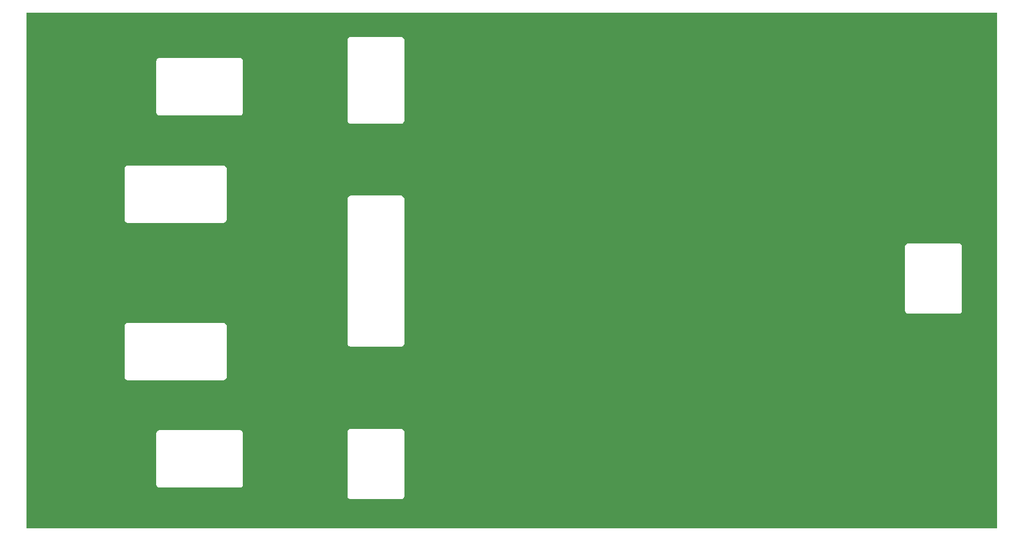
<source format=gbr>
%TF.GenerationSoftware,KiCad,Pcbnew,9.0.5-9.0.5~ubuntu24.04.1*%
%TF.CreationDate,2025-10-22T14:02:37+02:00*%
%TF.ProjectId,misrc_v2.5_top_panel,6d697372-635f-4763-922e-355f746f705f,rev?*%
%TF.SameCoordinates,Original*%
%TF.FileFunction,Copper,L2,Bot*%
%TF.FilePolarity,Positive*%
%FSLAX46Y46*%
G04 Gerber Fmt 4.6, Leading zero omitted, Abs format (unit mm)*
G04 Created by KiCad (PCBNEW 9.0.5-9.0.5~ubuntu24.04.1) date 2025-10-22 14:02:37*
%MOMM*%
%LPD*%
G01*
G04 APERTURE LIST*
%TA.AperFunction,ViaPad*%
%ADD10C,0.600000*%
%TD*%
G04 APERTURE END LIST*
%TA.AperFunction,Conductor*%
%TO.N,GND*%
G36*
X57302400Y-59969400D02*
G01*
X206248000Y-59969400D01*
X206248000Y-60756800D01*
X57302400Y-60756800D01*
X57302400Y-59969400D01*
G37*
%TD.AperFunction*%
%TA.AperFunction,Conductor*%
G36*
X57302400Y-138226800D02*
G01*
X206248000Y-138226800D01*
X206248000Y-139039600D01*
X57302400Y-139039600D01*
X57302400Y-138226800D01*
G37*
%TD.AperFunction*%
%TD*%
D10*
%TO.N,GND*%
X130098800Y-137307600D03*
X119329200Y-137414000D03*
X94437200Y-61679200D03*
X187299600Y-137922000D03*
X79197200Y-137972800D03*
X190144400Y-61628400D03*
X161239200Y-61010800D03*
X166065200Y-61679200D03*
X156972000Y-61730000D03*
X97231200Y-137307600D03*
X85648800Y-137307600D03*
X114554000Y-61577600D03*
X87426800Y-61010800D03*
X65938400Y-61010800D03*
X119684800Y-61214000D03*
X76250800Y-61061600D03*
X197612000Y-137972800D03*
X66548000Y-137972800D03*
X182016400Y-137460000D03*
X138988800Y-60960000D03*
X104241600Y-61679200D03*
X106578400Y-137307600D03*
X184353200Y-61010800D03*
X129235200Y-61010800D03*
X172110400Y-61061600D03*
X143865600Y-137769600D03*
X61976000Y-137363200D03*
X201422000Y-61577600D03*
X61569600Y-61628400D03*
X144272000Y-61577600D03*
X58623200Y-61163200D03*
X69494400Y-61577600D03*
X112877600Y-137820400D03*
X73101200Y-137414000D03*
X150672800Y-61163200D03*
X124561600Y-138023600D03*
X197002400Y-61010800D03*
X133350000Y-61730000D03*
X178003200Y-61628400D03*
X123901200Y-61679200D03*
X58115200Y-137871200D03*
X134315200Y-137972800D03*
X91440000Y-137922000D03*
X148996400Y-137206000D03*
X111658400Y-61061600D03*
X201980800Y-137510800D03*
X193598800Y-137358400D03*
X176123600Y-137972800D03*
X204927200Y-137820400D03*
X102311200Y-137972800D03*
X205435200Y-61112400D03*
X151892000Y-137922000D03*
X99720400Y-61010800D03*
X163830000Y-137972800D03*
X159105600Y-137307600D03*
X81534000Y-61628400D03*
X169367200Y-137510800D03*
X139801600Y-137307600D03*
%TD*%
%TA.AperFunction,Conductor*%
%TO.N,GND*%
G36*
X206230719Y-60526181D02*
G01*
X206248000Y-60567900D01*
X206248000Y-138415700D01*
X206230719Y-138457419D01*
X206189000Y-138474700D01*
X57361400Y-138474700D01*
X57319681Y-138457419D01*
X57302400Y-138415700D01*
X57302400Y-124457106D01*
X77243500Y-124457106D01*
X77243500Y-132388893D01*
X77277607Y-132516185D01*
X77277609Y-132516188D01*
X77343499Y-132630313D01*
X77343501Y-132630316D01*
X77436684Y-132723499D01*
X77436686Y-132723500D01*
X77550814Y-132789392D01*
X77678108Y-132823500D01*
X90109892Y-132823500D01*
X90237186Y-132789392D01*
X90351314Y-132723500D01*
X90351314Y-132723499D01*
X90351316Y-132723499D01*
X90444499Y-132630316D01*
X90444500Y-132630314D01*
X90510392Y-132516186D01*
X90544500Y-132388892D01*
X90544500Y-124457108D01*
X90510392Y-124329814D01*
X90470030Y-124259906D01*
X90470030Y-124259904D01*
X90455231Y-124234272D01*
X106594500Y-124234272D01*
X106594500Y-134166059D01*
X106628607Y-134293351D01*
X106628609Y-134293354D01*
X106694499Y-134407479D01*
X106694501Y-134407482D01*
X106787684Y-134500665D01*
X106787686Y-134500666D01*
X106901814Y-134566558D01*
X107029108Y-134600666D01*
X114860892Y-134600666D01*
X114988186Y-134566558D01*
X115102314Y-134500666D01*
X115102314Y-134500665D01*
X115102316Y-134500665D01*
X115195499Y-134407482D01*
X115195500Y-134407480D01*
X115261392Y-134293352D01*
X115295500Y-134166058D01*
X115295500Y-124234274D01*
X115261392Y-124106980D01*
X115195500Y-123992852D01*
X115195499Y-123992850D01*
X115102316Y-123899667D01*
X115102313Y-123899665D01*
X114988188Y-123833775D01*
X114988185Y-123833773D01*
X114860893Y-123799666D01*
X114860892Y-123799666D01*
X107160892Y-123799666D01*
X107029108Y-123799666D01*
X107029106Y-123799666D01*
X106901814Y-123833773D01*
X106901811Y-123833775D01*
X106787686Y-123899665D01*
X106694499Y-123992852D01*
X106628609Y-124106977D01*
X106628607Y-124106980D01*
X106594500Y-124234272D01*
X90455231Y-124234272D01*
X90444500Y-124215686D01*
X90444499Y-124215684D01*
X90351316Y-124122501D01*
X90351313Y-124122499D01*
X90237188Y-124056609D01*
X90237185Y-124056607D01*
X90109893Y-124022500D01*
X90109892Y-124022500D01*
X77809892Y-124022500D01*
X77678108Y-124022500D01*
X77678106Y-124022500D01*
X77550814Y-124056607D01*
X77550811Y-124056609D01*
X77436686Y-124122499D01*
X77343499Y-124215686D01*
X77277609Y-124329811D01*
X77277607Y-124329814D01*
X77243500Y-124457106D01*
X57302400Y-124457106D01*
X57302400Y-107984106D01*
X72369500Y-107984106D01*
X72369500Y-115915893D01*
X72403607Y-116043185D01*
X72403609Y-116043188D01*
X72469499Y-116157313D01*
X72469501Y-116157316D01*
X72562684Y-116250499D01*
X72562686Y-116250500D01*
X72676814Y-116316392D01*
X72804108Y-116350500D01*
X87589892Y-116350500D01*
X87717186Y-116316392D01*
X87831314Y-116250500D01*
X87831314Y-116250499D01*
X87831316Y-116250499D01*
X87924499Y-116157316D01*
X87924500Y-116157314D01*
X87990392Y-116043186D01*
X88024500Y-115915892D01*
X88024500Y-107984108D01*
X87990392Y-107856814D01*
X87924500Y-107742686D01*
X87924499Y-107742684D01*
X87831316Y-107649501D01*
X87831313Y-107649499D01*
X87717188Y-107583609D01*
X87717185Y-107583607D01*
X87589893Y-107549500D01*
X87589892Y-107549500D01*
X72935892Y-107549500D01*
X72804108Y-107549500D01*
X72804106Y-107549500D01*
X72676814Y-107583607D01*
X72676811Y-107583609D01*
X72562686Y-107649499D01*
X72469499Y-107742686D01*
X72403609Y-107856811D01*
X72403607Y-107856814D01*
X72369500Y-107984106D01*
X57302400Y-107984106D01*
X57302400Y-83849106D01*
X72369500Y-83849106D01*
X72369500Y-91780893D01*
X72403607Y-91908185D01*
X72403609Y-91908188D01*
X72469499Y-92022313D01*
X72469501Y-92022316D01*
X72562684Y-92115499D01*
X72562686Y-92115500D01*
X72676814Y-92181392D01*
X72804108Y-92215500D01*
X87589892Y-92215500D01*
X87717186Y-92181392D01*
X87831314Y-92115500D01*
X87831314Y-92115499D01*
X87831316Y-92115499D01*
X87924499Y-92022316D01*
X87924500Y-92022314D01*
X87990392Y-91908186D01*
X88024500Y-91780892D01*
X88024500Y-88484106D01*
X106594500Y-88484106D01*
X106594500Y-110765893D01*
X106628607Y-110893185D01*
X106628609Y-110893188D01*
X106694499Y-111007313D01*
X106694501Y-111007316D01*
X106787684Y-111100499D01*
X106787686Y-111100500D01*
X106901814Y-111166392D01*
X107029108Y-111200500D01*
X114860892Y-111200500D01*
X114988186Y-111166392D01*
X115102314Y-111100500D01*
X115102314Y-111100499D01*
X115102316Y-111100499D01*
X115195499Y-111007316D01*
X115195500Y-111007314D01*
X115261392Y-110893186D01*
X115295500Y-110765892D01*
X115295500Y-95795906D01*
X192156900Y-95795906D01*
X192156900Y-105727693D01*
X192191007Y-105854985D01*
X192191009Y-105854988D01*
X192256899Y-105969113D01*
X192256901Y-105969116D01*
X192350084Y-106062299D01*
X192350086Y-106062300D01*
X192464214Y-106128192D01*
X192591508Y-106162300D01*
X200423292Y-106162300D01*
X200550586Y-106128192D01*
X200664714Y-106062300D01*
X200664714Y-106062299D01*
X200664716Y-106062299D01*
X200757899Y-105969116D01*
X200757900Y-105969114D01*
X200823792Y-105854986D01*
X200857900Y-105727692D01*
X200857900Y-95795908D01*
X200823792Y-95668614D01*
X200757900Y-95554486D01*
X200757899Y-95554484D01*
X200664716Y-95461301D01*
X200664713Y-95461299D01*
X200550588Y-95395409D01*
X200550585Y-95395407D01*
X200423293Y-95361300D01*
X200423292Y-95361300D01*
X192723292Y-95361300D01*
X192591508Y-95361300D01*
X192591506Y-95361300D01*
X192464214Y-95395407D01*
X192464211Y-95395409D01*
X192350086Y-95461299D01*
X192256899Y-95554486D01*
X192191009Y-95668611D01*
X192191007Y-95668614D01*
X192156900Y-95795906D01*
X115295500Y-95795906D01*
X115295500Y-88484108D01*
X115261392Y-88356814D01*
X115195500Y-88242686D01*
X115195499Y-88242684D01*
X115102316Y-88149501D01*
X115102313Y-88149499D01*
X114988188Y-88083609D01*
X114988185Y-88083607D01*
X114860893Y-88049500D01*
X114860892Y-88049500D01*
X107160892Y-88049500D01*
X107029108Y-88049500D01*
X107029106Y-88049500D01*
X106901814Y-88083607D01*
X106901811Y-88083609D01*
X106787686Y-88149499D01*
X106694499Y-88242686D01*
X106628609Y-88356811D01*
X106628607Y-88356814D01*
X106594500Y-88484106D01*
X88024500Y-88484106D01*
X88024500Y-83849108D01*
X87990392Y-83721814D01*
X87924500Y-83607686D01*
X87924499Y-83607684D01*
X87831316Y-83514501D01*
X87831313Y-83514499D01*
X87717188Y-83448609D01*
X87717185Y-83448607D01*
X87589893Y-83414500D01*
X87589892Y-83414500D01*
X72935892Y-83414500D01*
X72804108Y-83414500D01*
X72804106Y-83414500D01*
X72676814Y-83448607D01*
X72676811Y-83448609D01*
X72562686Y-83514499D01*
X72469499Y-83607686D01*
X72403609Y-83721811D01*
X72403607Y-83721814D01*
X72369500Y-83849106D01*
X57302400Y-83849106D01*
X57302400Y-67376106D01*
X77243500Y-67376106D01*
X77243500Y-75307893D01*
X77277607Y-75435185D01*
X77277609Y-75435188D01*
X77343499Y-75549313D01*
X77343501Y-75549316D01*
X77436684Y-75642499D01*
X77436686Y-75642500D01*
X77550814Y-75708392D01*
X77678108Y-75742500D01*
X90109892Y-75742500D01*
X90237186Y-75708392D01*
X90351314Y-75642500D01*
X90351314Y-75642499D01*
X90351316Y-75642499D01*
X90444499Y-75549316D01*
X90444500Y-75549314D01*
X90510392Y-75435186D01*
X90544500Y-75307892D01*
X90544500Y-67376108D01*
X90510392Y-67248814D01*
X90444500Y-67134686D01*
X90444499Y-67134684D01*
X90351316Y-67041501D01*
X90351313Y-67041499D01*
X90237188Y-66975609D01*
X90237185Y-66975607D01*
X90109893Y-66941500D01*
X90109892Y-66941500D01*
X77809892Y-66941500D01*
X77678108Y-66941500D01*
X77678106Y-66941500D01*
X77550814Y-66975607D01*
X77550811Y-66975609D01*
X77436686Y-67041499D01*
X77343499Y-67134686D01*
X77277609Y-67248811D01*
X77277607Y-67248814D01*
X77243500Y-67376106D01*
X57302400Y-67376106D01*
X57302400Y-64139106D01*
X106594500Y-64139106D01*
X106594500Y-76570893D01*
X106628607Y-76698185D01*
X106628609Y-76698188D01*
X106694499Y-76812313D01*
X106694501Y-76812316D01*
X106787684Y-76905499D01*
X106787686Y-76905500D01*
X106901814Y-76971392D01*
X107029108Y-77005500D01*
X114860892Y-77005500D01*
X114988186Y-76971392D01*
X115102314Y-76905500D01*
X115102314Y-76905499D01*
X115102316Y-76905499D01*
X115195499Y-76812316D01*
X115195500Y-76812314D01*
X115261392Y-76698186D01*
X115295500Y-76570892D01*
X115295500Y-64139108D01*
X115261392Y-64011814D01*
X115195500Y-63897686D01*
X115195499Y-63897684D01*
X115102316Y-63804501D01*
X115102313Y-63804499D01*
X114988188Y-63738609D01*
X114988185Y-63738607D01*
X114860893Y-63704500D01*
X114860892Y-63704500D01*
X107160892Y-63704500D01*
X107029108Y-63704500D01*
X107029106Y-63704500D01*
X106901814Y-63738607D01*
X106901811Y-63738609D01*
X106787686Y-63804499D01*
X106694499Y-63897686D01*
X106628609Y-64011811D01*
X106628607Y-64011814D01*
X106594500Y-64139106D01*
X57302400Y-64139106D01*
X57302400Y-60567900D01*
X57319681Y-60526181D01*
X57361400Y-60508900D01*
X206189000Y-60508900D01*
X206230719Y-60526181D01*
G37*
%TD.AperFunction*%
%TD*%
M02*

</source>
